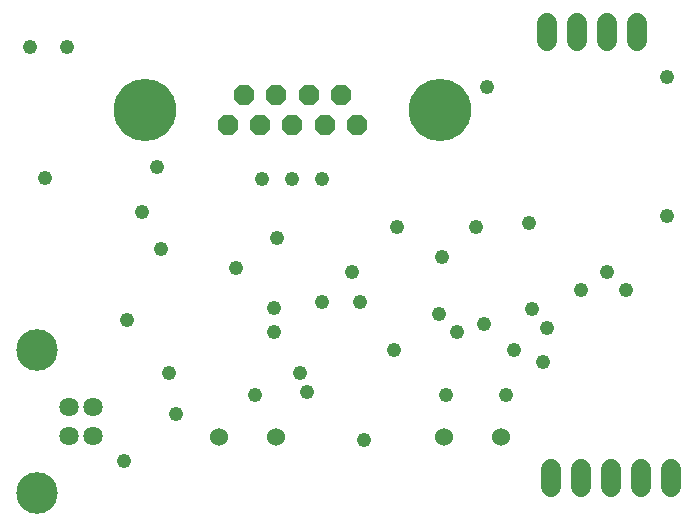
<source format=gbs>
G75*
%MOIN*%
%OFA0B0*%
%FSLAX25Y25*%
%IPPOS*%
%LPD*%
%AMOC8*
5,1,8,0,0,1.08239X$1,22.5*
%
%ADD10C,0.06800*%
%ADD11C,0.06000*%
%ADD12C,0.13855*%
%ADD13C,0.06422*%
%ADD14OC8,0.06800*%
%ADD15C,0.20800*%
%ADD16C,0.04762*%
D10*
X0212706Y0020050D02*
X0212706Y0026050D01*
X0222706Y0026050D02*
X0222706Y0020050D01*
X0232706Y0020050D02*
X0232706Y0026050D01*
X0242706Y0026050D02*
X0242706Y0020050D01*
X0252706Y0020050D02*
X0252706Y0026050D01*
X0241456Y0168800D02*
X0241456Y0174800D01*
X0231456Y0174800D02*
X0231456Y0168800D01*
X0221456Y0168800D02*
X0221456Y0174800D01*
X0211456Y0174800D02*
X0211456Y0168800D01*
D11*
X0195956Y0036800D03*
X0176956Y0036800D03*
X0120956Y0036800D03*
X0101956Y0036800D03*
D12*
X0041456Y0018099D03*
X0041456Y0065501D03*
D13*
X0052125Y0046721D03*
X0059999Y0046721D03*
X0059999Y0036879D03*
X0052125Y0036879D03*
D14*
X0104856Y0140550D03*
X0115656Y0140550D03*
X0126456Y0140550D03*
X0137256Y0140550D03*
X0148056Y0140550D03*
X0142656Y0150550D03*
X0131856Y0150550D03*
X0121056Y0150550D03*
X0110256Y0150550D03*
D15*
X0077156Y0145550D03*
X0175756Y0145550D03*
D16*
X0191456Y0153300D03*
X0187706Y0106800D03*
X0176456Y0096800D03*
X0161456Y0106800D03*
X0146456Y0091800D03*
X0148956Y0081800D03*
X0136456Y0081800D03*
X0120456Y0079800D03*
X0120206Y0071800D03*
X0128956Y0058050D03*
X0131456Y0051800D03*
X0113956Y0050550D03*
X0087706Y0044300D03*
X0085206Y0058050D03*
X0071456Y0075550D03*
X0082706Y0099300D03*
X0076456Y0111800D03*
X0081456Y0126800D03*
X0116456Y0122800D03*
X0126456Y0122800D03*
X0136456Y0122800D03*
X0121456Y0103050D03*
X0107706Y0093050D03*
X0160206Y0065550D03*
X0175456Y0077800D03*
X0181456Y0071800D03*
X0190206Y0074300D03*
X0200206Y0065550D03*
X0209956Y0061800D03*
X0211456Y0073050D03*
X0206456Y0079300D03*
X0222706Y0085550D03*
X0231456Y0091800D03*
X0237706Y0085550D03*
X0251456Y0110300D03*
X0205206Y0108050D03*
X0251456Y0156800D03*
X0197706Y0050550D03*
X0177706Y0050550D03*
X0150206Y0035550D03*
X0070456Y0028800D03*
X0043956Y0123050D03*
X0038956Y0166800D03*
X0051456Y0166800D03*
M02*

</source>
